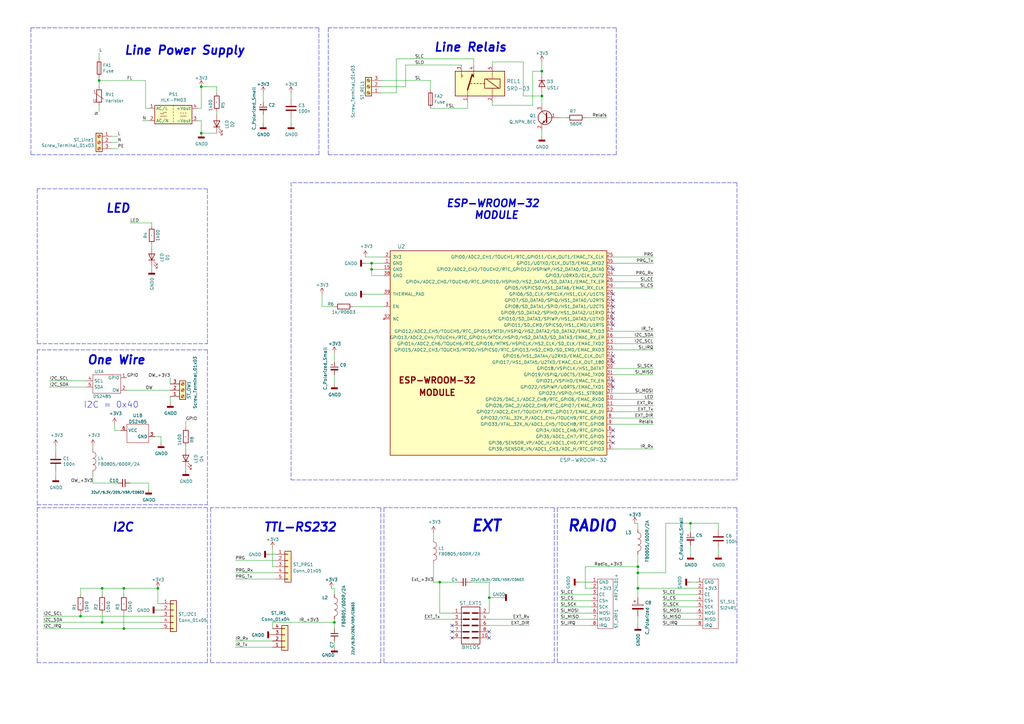
<source format=kicad_sch>
(kicad_sch (version 20211123) (generator eeschema)
  (paper "A3")
  (title_block (title "OpenDTU") (rev "C") (company "Hereon"))
  (lib_symbols
    (symbol "Connector:Screw_Terminal_01x03" (pin_names (offset 1.016) hide)
      (property "Reference" "J" (at 0 5.08 0))
      (property "Value" "Screw_Terminal_01x03" (at 0 -5.08 0))
      (symbol "Screw_Terminal_01x03_1_1"
        (pin passive line (at -5.08 2.54 0) (length 3.81) (name "Pin_1") (number "1"))
        (pin passive line (at -5.08 0 0) (length 3.81) (name "Pin_2") (number "2"))
        (pin passive line (at -5.08 -2.54 0) (length 3.81) (name "Pin_3") (number "3"))
      )
    )
    (symbol "Connector_Generic:Conn_01x04" (pin_names (offset 1.016) hide)
      (property "Reference" "J" (at 0 5.08 0))
      (property "Value" "Conn_01x04" (at 0 -7.62 0))
      (symbol "Conn_01x04_1_1"
        (pin passive line (at -5.08 2.54 0) (length 3.81) (name "Pin_1") (number "1"))
        (pin passive line (at -5.08 0 0) (length 3.81) (name "Pin_2") (number "2"))
        (pin passive line (at -5.08 -2.54 0) (length 3.81) (name "Pin_3") (number "3"))
        (pin passive line (at -5.08 -5.08 0) (length 3.81) (name "Pin_4") (number "4"))
      )
    )
    (symbol "Connector_Generic:Conn_01x05" (pin_names (offset 1.016) hide)
      (property "Reference" "J" (at 0 7.62 0))
      (property "Value" "Conn_01x05" (at 0 -7.62 0))
      (symbol "Conn_01x05_1_1"
        (pin passive line (at -5.08 5.08 0) (length 3.81) (name "Pin_1") (number "1"))
        (pin passive line (at -5.08 2.54 0) (length 3.81) (name "Pin_2") (number "2"))
        (pin passive line (at -5.08 0 0) (length 3.81) (name "Pin_3") (number "3"))
        (pin passive line (at -5.08 -2.54 0) (length 3.81) (name "Pin_4") (number "4"))
        (pin passive line (at -5.08 -5.08 0) (length 3.81) (name "Pin_5") (number "5"))
      )
    )
    (symbol "Converter_ACDC:HLK-PM01"
      (property "Reference" "PS" (at 0 5.08 0))
      (property "Value" "HLK-PM01" (at 0 -5.08 0))
      (symbol "HLK-PM01_1_1"
        (pin power_in line (at -10.16 2.54 0) (length 2.54) (name "AC/L") (number "1"))
        (pin power_in line (at -10.16 -2.54 0) (length 2.54) (name "AC/N") (number "2"))
        (pin power_out line (at 10.16 -2.54 180) (length 2.54) (name "-Vout") (number "3"))
        (pin power_out line (at 10.16 2.54 180) (length 2.54) (name "+Vout") (number "4"))
      )
    )
    (symbol "Device:C" (pin_numbers hide) (pin_names (offset 0.254))
      (property "Reference" "C" (at 0.635 2.54 0))
      (property "Value" "C" (at 0.635 -2.54 0))
      (symbol "C_1_1"
        (pin passive line (at 0 3.81 270) (length 2.794) (name "~") (number "1"))
        (pin passive line (at 0 -3.81 90) (length 2.794) (name "~") (number "2"))
      )
    )
    (symbol "Device:C_Polarized" (pin_numbers hide) (pin_names (offset 0.254))
      (property "Reference" "C" (at 0.635 2.54 0))
      (property "Value" "C_Polarized" (at 0.635 -2.54 0))
      (symbol "C_Polarized_1_1"
        (pin passive line (at 0 3.81 270) (length 2.794) (name "~") (number "1"))
        (pin passive line (at 0 -3.81 90) (length 2.794) (name "~") (number "2"))
      )
    )
    (symbol "Device:C_Polarized_Small" (pin_numbers hide) (pin_names (offset 0.254) hide)
      (property "Reference" "C" (at 0.254 1.778 0))
      (property "Value" "C_Polarized_Small" (at 0.254 -2.032 0))
      (symbol "C_Polarized_Small_1_1"
        (pin passive line (at 0 2.54 270) (length 1.8542) (name "~") (number "1"))
        (pin passive line (at 0 -2.54 90) (length 1.8542) (name "~") (number "2"))
      )
    )
    (symbol "Device:Fuse" (pin_numbers hide) (pin_names (offset 0))
      (property "Reference" "F" (at 2.032 0 90))
      (property "Value" "Fuse" (at -1.905 0 90))
      (symbol "Fuse_1_1"
        (pin passive line (at 0 3.81 270) (length 1.27) (name "~") (number "1"))
        (pin passive line (at 0 -3.81 90) (length 1.27) (name "~") (number "2"))
      )
    )
    (symbol "Device:LED" (pin_numbers hide) (pin_names (offset 1.016) hide)
      (property "Reference" "D" (at 0 2.54 0))
      (property "Value" "LED" (at 0 -2.54 0))
      (symbol "LED_1_1"
        (pin passive line (at -3.81 0 0) (length 2.54) (name "K") (number "1"))
        (pin passive line (at 3.81 0 180) (length 2.54) (name "A") (number "2"))
      )
    )
    (symbol "Device:Q_NPN_BEC" (pin_names (offset 0) hide)
      (property "Reference" "Q" (at 5.08 1.27 0))
      (property "Value" "Q_NPN_BEC" (at 5.08 -1.27 0))
      (symbol "Q_NPN_BEC_1_1"
        (pin input line (at -5.08 0 0) (length 5.715) (name "B") (number "1"))
        (pin passive line (at 2.54 -5.08 90) (length 2.54) (name "E") (number "2"))
        (pin passive line (at 2.54 5.08 270) (length 2.54) (name "C") (number "3"))
      )
    )
    (symbol "Device:R" (pin_numbers hide) (pin_names (offset 0))
      (property "Reference" "R" (at 2.032 0 90))
      (property "Value" "R" (at 0 0 90))
      (symbol "R_1_1"
        (pin passive line (at 0 3.81 270) (length 1.27) (name "~") (number "1"))
        (pin passive line (at 0 -3.81 90) (length 1.27) (name "~") (number "2"))
      )
    )
    (symbol "Device:Varistor" (pin_numbers hide) (pin_names (offset 0))
      (property "Reference" "RV" (at 3.175 0 90))
      (property "Value" "Varistor" (at -3.175 0 90))
      (symbol "Varistor_0_0"
        (text "U" (at -1.778 -2.032 0) (effects (font (size 1.27 1.27))))
      )
      (symbol "Varistor_1_1"
        (pin passive line (at 0 3.81 270) (length 1.27) (name "~") (number "1"))
        (pin passive line (at 0 -3.81 90) (length 1.27) (name "~") (number "2"))
      )
    )
    (symbol "Diode:US1J" (pin_numbers hide) (pin_names (offset 1.016) hide)
      (property "Reference" "D" (at 0 2.54 0))
      (property "Value" "US1J" (at 0 -2.54 0))
      (symbol "US1J_1_1"
        (pin passive line (at -3.81 0 0) (length 2.54) (name "K") (number "1"))
        (pin passive line (at 3.81 0 180) (length 2.54) (name "A") (number "2"))
      )
    )
    (symbol "ESP32-EVB_Rev_D-rescue:BH10S-ESP32-EVB_Rev_D" (pin_names (offset 1.016) hide)
      (property "Reference" "CON" (at 0.0508 8.9154 0))
      (property "Value" "BH10S-ESP32-EVB_Rev_D" (at 0.3048 -9.4234 0))
      (symbol "BH10S-ESP32-EVB_Rev_D_1_1"
        (pin passive line (at -7.62 5.08 0) (length 3.7084) (name "1") (number "1"))
        (pin passive line (at 7.62 -5.08 180) (length 3.7084) (name "10") (number "10"))
        (pin passive line (at 7.62 5.08 180) (length 3.7084) (name "2") (number "2"))
        (pin passive line (at -7.62 2.54 0) (length 3.7084) (name "3") (number "3"))
        (pin passive line (at 7.62 2.54 180) (length 3.7084) (name "4") (number "4"))
        (pin passive line (at -7.62 0 0) (length 3.7084) (name "5") (number "5"))
        (pin passive line (at 7.62 0 180) (length 3.7084) (name "6") (number "6"))
        (pin passive line (at -7.62 -2.54 0) (length 3.7084) (name "7") (number "7"))
        (pin passive line (at 7.62 -2.54 180) (length 3.7084) (name "8") (number "8"))
        (pin passive line (at -7.62 -5.08 0) (length 3.7084) (name "9") (number "9"))
      )
    )
    (symbol "ESP32-EVB_Rev_D-rescue:C-ESP32-EVB_Rev_D" (pin_numbers hide) (pin_names (offset 0.254) hide)
      (property "Reference" "C" (at 0.254 1.778 0))
      (property "Value" "C-ESP32-EVB_Rev_D" (at 0.254 -2.032 0))
      (symbol "C-ESP32-EVB_Rev_D_1_1"
        (pin passive line (at 0 2.54 270) (length 1.905) (name "~") (number "1"))
        (pin passive line (at 0 -2.54 90) (length 2.032) (name "~") (number "2"))
      )
    )
    (symbol "ESP32-EVB_Rev_D-rescue:ESP-WROOM-32-ESP32-EVB_Rev_D" (pin_names (offset 1.016))
      (property "Reference" "U" (at -35.56 43.18 0))
      (property "Value" "ESP-WROOM-32-ESP32-EVB_Rev_D" (at 35.56 -45.72 0))
      (symbol "ESP-WROOM-32-ESP32-EVB_Rev_D_0_0"
        (text "ESP-WROOM-32" (at -23.876 -12.446 0) (effects (font (size 2.4892 2.4892) bold)))
        (text "MODULE" (at -23.876 -17.526 0) (effects (font (size 2.4892 2.4892) bold)))
      )
      (symbol "ESP-WROOM-32-ESP32-EVB_Rev_D_1_1"
        (pin power_in line (at -45.72 35.56 0) (length 2.54) (name "GND") (number "1"))
        (pin bidirectional line (at 48.26 -20.32 180) (length 2.54) (name "GPIO25/DAC_1/ADC2_CH8/RTC_GPIO6/EMAC_RXD0") (number "10"))
        (pin bidirectional line (at 48.26 -22.86 180) (length 2.54) (name "GPIO26/DAC_2/ADC2_CH9/RTC_GPIO7/EMAC_RXD1") (number "11"))
        (pin bidirectional line (at 48.26 -25.4 180) (length 2.54) (name "GPIO27/ADC2_CH7/TOUCH7/RTC_GPIO17/EMAC_RX_DV") (number "12"))
        (pin bidirectional line (at 48.26 2.54 180) (length 2.54) (name "GPIO14/ADC2_CH6/TOUCH6/RTC_GPIO16/MTMS/HSPICLK/HS2_CLK/SD_CLK/EMAC_TXD2") (number "13"))
        (pin bidirectional line (at 48.26 7.62 180) (length 2.54) (name "GPIO12/ADC2_CH5/TOUCH5/RTC_GPIO15/MTDI/HSPIQ/HS2_DATA2/SD_DATA2/EMAC_TXD3") (number "14"))
        (pin power_in line (at -45.72 33.02 0) (length 2.54) (name "GND") (number "15"))
        (pin bidirectional line (at 48.26 5.08 180) (length 2.54) (name "GPIO13/ADC2_CH4/TOUCH4/RTC_GPIO14/MTCK/HSPID/HS2_DATA3/SD_DATA3/EMAC_RX_ER") (number "16"))
        (pin bidirectional line (at 48.26 15.24 180) (length 2.54) (name "GPIO9/SD_DATA2/SPIHD/HS1_DATA2/U1RXD") (number "17"))
        (pin bidirectional line (at 48.26 12.7 180) (length 2.54) (name "GPIO10/SD_DATA3/SPIWP/HS1_DATA3/U1TXD") (number "18"))
        (pin bidirectional line (at 48.26 10.16 180) (length 2.54) (name "GPIO11/SD_CMD/SPICS0/HS1_CMD/U1RTS") (number "19"))
        (pin power_in line (at -45.72 38.1 0) (length 2.54) (name "3V3") (number "2"))
        (pin bidirectional line (at 48.26 22.86 180) (length 2.54) (name "GPIO6/SD_CLK/SPICLK/HS1_CLK/U1CTS") (number "20"))
        (pin bidirectional line (at 48.26 20.32 180) (length 2.54) (name "GPIO7/SD_DATA0/SPIQ/HS1_DATA0/U2RTS") (number "21"))
        (pin bidirectional line (at 48.26 17.78 180) (length 2.54) (name "GPIO8/SD_DATA1/SPID/HS1_DATA1/U2CTS") (number "22"))
        (pin bidirectional line (at 48.26 0 180) (length 2.54) (name "GPIO15/ADC2_CH3/TOUCH3/MTDO/HSPICS0/RTC_GPIO13/HS2_CMD/SD_CMD/EMAC_RXD3") (number "23"))
        (pin bidirectional line (at 48.26 33.02 180) (length 2.54) (name "GPIO2/ADC2_CH2/TOUCH2/RTC_GPIO12/HSPIWP/HS2_DATA0/SD_DATA0") (number "24"))
        (pin bidirectional line (at 48.26 38.1 180) (length 2.54) (name "GPIO0/ADC2_CH1/TOUCH1/RTC_GPIO11/CLK_OUT1/EMAC_TX_CLK") (number "25"))
        (pin bidirectional line (at 48.26 27.94 180) (length 2.54) (name "GPIO4/ADC2_CH0/TOUCH0/RTC_GPIO10/HSPIHD/HS2_DATA1/SD_DATA1/EMAC_TX_ER") (number "26"))
        (pin bidirectional line (at 48.26 -2.54 180) (length 2.54) (name "GPIO16/HS1_DATA4/U2RXD/EMAC_CLK_OUT") (number "27"))
        (pin bidirectional line (at 48.26 -5.08 180) (length 2.54) (name "GPIO17/HS1_DATA5/U2TXD/EMAC_CLK_OUT_180") (number "28"))
        (pin bidirectional line (at 48.26 25.4 180) (length 2.54) (name "GPIO5/VSPICS0/HS1_DATA6/EMAC_RX_CLK") (number "29"))
        (pin input line (at -45.72 17.78 0) (length 2.54) (name "EN") (number "3"))
        (pin bidirectional line (at 48.26 -7.62 180) (length 2.54) (name "GPIO18/VSPICLK/HS1_DATA7") (number "30"))
        (pin bidirectional line (at 48.26 -10.16 180) (length 2.54) (name "GPIO19/VSPIQ/U0CTS/EMAC_TXD0") (number "31"))
        (pin no_connect line (at -45.72 12.7 0) (length 2.54) (name "NC") (number "32"))
        (pin bidirectional line (at 48.26 -12.7 180) (length 2.54) (name "GPIO21/VSPIHD/EMAC_TX_EN") (number "33"))
        (pin bidirectional line (at 48.26 30.48 180) (length 2.54) (name "GPIO3/U0RXD/CLK_OUT2") (number "34"))
        (pin bidirectional line (at 48.26 35.56 180) (length 2.54) (name "GPIO1/U0TXD/CLK_OUT3/EMAC_RXD2") (number "35"))
        (pin bidirectional line (at 48.26 -15.24 180) (length 2.54) (name "GPIO22/VSPIWP/U0RTS/EMAC_TXD1") (number "36"))
        (pin bidirectional line (at 48.26 -17.78 180) (length 2.54) (name "GPIO23/VSPID/HS1_STROBE") (number "37"))
        (pin power_in line (at -45.72 30.48 0) (length 2.54) (name "GND") (number "38"))
        (pin power_in line (at -45.72 22.86 0) (length 2.54) (name "THERMAL_PAD") (number "39"))
        (pin input line (at 48.26 -38.1 180) (length 2.54) (name "GPI36/SENSOR_VP/ADC_H/ADC1_CH0/RTC_GPIO0") (number "4"))
        (pin input line (at 48.26 -40.64 180) (length 2.54) (name "GPI39/SENSOR_VN/ADC1_CH3/ADC_H/RTC_GPIO3") (number "5"))
        (pin input line (at 48.26 -33.02 180) (length 2.54) (name "GPI34/ADC1_CH6/RTC_GPIO4") (number "6"))
        (pin input line (at 48.26 -35.56 180) (length 2.54) (name "GPI35/ADC1_CH7/RTC_GPIO5") (number "7"))
        (pin bidirectional line (at 48.26 -27.94 180) (length 2.54) (name "GPIO32/XTAL_32K_P/ADC1_CH4/TOUCH9/RTC_GPIO9") (number "8"))
        (pin bidirectional line (at 48.26 -30.48 180) (length 2.54) (name "GPIO33/XTAL_32K_N/ADC1_CH5/TOUCH8/RTC_GPIO8") (number "9"))
      )
    )
    (symbol "ESP32-EVB_Rev_D-rescue:L-ESP32-EVB_Rev_D" (pin_numbers hide) (pin_names (offset 0) hide)
      (property "Reference" "L" (at -1.27 2.54 0))
      (property "Value" "L-ESP32-EVB_Rev_D" (at -1.27 -1.27 0))
      (symbol "L-ESP32-EVB_Rev_D_1_1"
        (pin passive line (at -5.08 0 0) (length 1.27) (name "1") (number "1"))
        (pin passive line (at 5.08 0 180) (length 1.27) (name "2") (number "2"))
      )
    )
    (symbol "ESP32-EVB_Rev_D-rescue:R-ESP32-EVB_Rev_D" (pin_numbers hide) (pin_names (offset 0))
      (property "Reference" "R" (at 0 2.032 0))
      (property "Value" "R-ESP32-EVB_Rev_D" (at 0 0 0))
      (symbol "R-ESP32-EVB_Rev_D_1_1"
        (pin passive line (at -3.81 0 0) (length 1.27) (name "~") (number "1"))
        (pin passive line (at 3.81 0 180) (length 1.27) (name "~") (number "2"))
      )
    )
    (symbol "Relay:SANYOU_SRD_Form_C"
      (property "Reference" "K" (at 11.43 3.81 0))
      (property "Value" "SANYOU_SRD_Form_C" (at 11.43 1.27 0))
      (symbol "SANYOU_SRD_Form_C_1_1"
        (pin passive line (at 5.08 -7.62 90) (length 2.54) (name "~") (number "1"))
        (pin passive line (at -5.08 -7.62 90) (length 2.54) (name "~") (number "2"))
        (pin passive line (at 7.62 7.62 270) (length 2.54) (name "~") (number "3"))
        (pin passive line (at 2.54 7.62 270) (length 2.54) (name "~") (number "4"))
        (pin passive line (at -5.08 7.62 270) (length 2.54) (name "~") (number "5"))
      )
    )
    (symbol "hereon:DS2485"
      (property "Reference" "U" (at 2.54 1.27 0))
      (property "Value" "DS2485" (at 3.81 -8.89 0))
      (symbol "DS2485_1_1"
        (pin bidirectional line (at 13.97 -1.27 180) (length 2.54) (name "GPIO") (number "1"))
        (pin bidirectional line (at 13.97 -6.35 180) (length 2.54) (name "OW") (number "2"))
        (pin bidirectional line (at -2.54 -2.54 0) (length 2.54) (name "SCL") (number "4"))
        (pin bidirectional line (at -2.54 -5.08 0) (length 2.54) (name "SDA") (number "5"))
      )
      (symbol "DS2485_2_0"
        (pin power_in line (at 11.43 -5.08 180) (length 2.54) (name "GND") (number "3"))
      )
      (symbol "DS2485_2_1"
        (pin power_in line (at -2.54 -2.54 0) (length 2.54) (name "VCC") (number "6"))
      )
    )
    (symbol "hereon:Si24R1"
      (property "Reference" "ST_SI1" (at 5.715 -10.5953 0))
      (property "Value" "Si24R1" (at 5.715 -13.1322 0))
      (symbol "Si24R1_0_0"
        (pin power_in line (at -3.81 -5.08 0) (length 2.54) (name "+3V3") (number "2"))
        (pin input line (at -3.81 -7.62 0) (length 2.54) (name "CE") (number "3"))
        (pin input line (at -3.81 -10.16 0) (length 2.54) (name "CSn") (number "4"))
        (pin input line (at -3.81 -12.7 0) (length 2.54) (name "SCK") (number "5"))
        (pin input line (at -3.81 -15.24 0) (length 2.54) (name "MOSI") (number "6"))
        (pin output line (at -3.81 -17.78 0) (length 2.54) (name "MISO") (number "7"))
        (pin output line (at -3.81 -20.32 0) (length 2.54) (name "IRQ") (number "8"))
      )
      (symbol "Si24R1_1_1"
        (pin power_in line (at -3.81 -2.54 0) (length 2.54) (name "GND") (number "1"))
      )
    )
    (symbol "hereon:nRF24L01+"
      (property "Reference" "U" (at 0 0 0))
      (property "Value" "nRF24L01+" (at 2.54 -22.86 0))
      (symbol "nRF24L01+_0_0"
        (pin power_in line (at -3.81 -2.54 0) (length 2.54) (name "GND") (number "1"))
        (pin input line (at -3.81 -7.62 0) (length 2.54) (name "CE") (number "3"))
        (pin input line (at -3.81 -10.16 0) (length 2.54) (name "CSn") (number "4"))
        (pin input line (at -3.81 -12.7 0) (length 2.54) (name "SCK") (number "5"))
        (pin input line (at -3.81 -15.24 0) (length 2.54) (name "MOSI") (number "6"))
        (pin output line (at -3.81 -17.78 0) (length 2.54) (name "MISO") (number "7"))
        (pin output line (at -3.81 -20.32 0) (length 2.54) (name "IRQ") (number "8"))
      )
      (symbol "nRF24L01+_1_1"
        (pin power_in line (at -3.81 -5.08 0) (length 2.54) (name "+3V3") (number "2"))
      )
    )
    (symbol "power:+3V3" (power) (pin_names (offset 0))
      (property "Value" "+3V3" (at 0 3.556 0))
      (symbol "+3V3_1_1"
        (pin power_in line (at 0 0 90) (length 0) hide (name "+3V3") (number "1"))
      )
    )
    (symbol "power:GNDD" (power) (pin_names (offset 0))
      (property "Value" "GNDD" (at 0 -3.175 0))
      (symbol "GNDD_1_1"
        (pin power_in line (at 0 0 270) (length 0) hide (name "GNDD") (number "1"))
      )
    )
  )
  (junction (at 222.25 39.37))
  (junction (at 261.62 241.3))
  (junction (at 180.34 238.76))
  (junction (at 41.91 255.27))
  (junction (at 33.02 252.73))
  (junction (at 64.77 241.3))
  (junction (at 82.55 54.61))
  (junction (at 137.16 255.27))
  (junction (at 152.4 107.95))
  (junction (at 222.25 29.21))
  (junction (at 261.62 234.95))
  (junction (at 200.66 245.11))
  (junction (at 82.55 35.56))
  (junction (at 152.4 110.49))
  (junction (at 50.8 257.81))
  (junction (at 50.8 241.3))
  (junction (at 261.62 232.41))
  (junction (at 283.21 214.63))
  (junction (at 40.64 33.02))
  (junction (at 41.91 241.3))
  (no_connect (at 185.42 261.62))
  (no_connect (at 200.66 259.08))
  (no_connect (at 200.66 261.62))
  (no_connect (at 185.42 256.54))
  (no_connect (at 185.42 259.08))
  (no_connect (at 251.46 148.59))
  (no_connect (at 251.46 146.05))
  (no_connect (at 251.46 133.35))
  (no_connect (at 251.46 110.49))
  (no_connect (at 251.46 120.65))
  (no_connect (at 251.46 123.19))
  (no_connect (at 251.46 130.81))
  (no_connect (at 251.46 128.27))
  (no_connect (at 251.46 125.73))
  (no_connect (at 251.46 181.61))
  (no_connect (at 251.46 179.07))
  (no_connect (at 251.46 176.53))
  (no_connect (at 251.46 158.75))
  (no_connect (at 251.46 156.21))
  (wire (pts (xy 177.8 231.14) (xy 177.8 238.76)))
  (polyline (pts (xy 15.24 207.01) (xy 85.09 207.01)))
  (wire (pts (xy 283.21 214.63) (xy 283.21 218.44)))
  (wire (pts (xy 119.38 50.8) (xy 119.38 48.26)))
  (wire (pts (xy 62.23 110.49) (xy 62.23 109.22)))
  (wire (pts (xy 200.66 256.54) (xy 217.17 256.54)))
  (wire (pts (xy 59.69 33.02) (xy 59.69 44.45)))
  (polyline (pts (xy 130.81 11.43) (xy 12.7 11.43)))
  (polyline (pts (xy 157.48 271.78) (xy 227.33 271.78)))
  (wire (pts (xy 283.21 238.76) (xy 285.75 238.76)))
  (wire (pts (xy 40.64 43.18) (xy 40.64 45.72)))
  (wire (pts (xy 251.46 151.13) (xy 267.97 151.13)))
  (wire (pts (xy 251.46 115.57) (xy 267.97 115.57)))
  (wire (pts (xy 152.4 107.95) (xy 157.48 107.95)))
  (wire (pts (xy 240.03 241.3) (xy 240.03 232.41)))
  (wire (pts (xy 137.16 255.27) (xy 111.76 255.27)))
  (wire (pts (xy 251.46 135.89) (xy 267.97 135.89)))
  (polyline (pts (xy 228.6 271.78) (xy 302.26 271.78)))
  (wire (pts (xy 64.77 241.3) (xy 64.77 247.65)))
  (wire (pts (xy 214.63 39.37) (xy 214.63 25.4)))
  (wire (pts (xy 273.05 214.63) (xy 283.21 214.63)))
  (wire (pts (xy 201.93 25.4) (xy 201.93 26.67)))
  (wire (pts (xy 283.21 214.63) (xy 294.64 214.63)))
  (wire (pts (xy 251.46 143.51) (xy 267.97 143.51)))
  (wire (pts (xy 261.62 241.3) (xy 285.75 241.3)))
  (wire (pts (xy 261.62 227.33) (xy 261.62 232.41)))
  (wire (pts (xy 285.75 248.92) (xy 271.78 248.92)))
  (wire (pts (xy 135.89 241.3) (xy 137.16 241.3)))
  (wire (pts (xy 222.25 38.1) (xy 222.25 39.37)))
  (wire (pts (xy 218.44 29.21) (xy 222.25 29.21)))
  (wire (pts (xy 64.77 241.3) (xy 50.8 241.3)))
  (wire (pts (xy 22.86 195.58) (xy 22.86 193.04)))
  (wire (pts (xy 137.16 153.67) (xy 137.16 157.48)))
  (polyline (pts (xy 12.7 63.5) (xy 130.81 63.5)))
  (wire (pts (xy 200.66 238.76) (xy 200.66 245.11)))
  (wire (pts (xy 251.46 140.97) (xy 267.97 140.97)))
  (wire (pts (xy 242.57 243.84) (xy 229.87 243.84)))
  (wire (pts (xy 191.77 44.45) (xy 191.77 41.91)))
  (polyline (pts (xy 15.24 208.28) (xy 15.24 271.78)))
  (wire (pts (xy 251.46 173.99) (xy 267.97 173.99)))
  (wire (pts (xy 162.56 24.13) (xy 162.56 38.1)))
  (polyline (pts (xy 15.24 77.47) (xy 15.24 140.97)))
  (wire (pts (xy 294.64 227.33) (xy 294.64 224.79)))
  (wire (pts (xy 64.77 250.19) (xy 66.04 250.19)))
  (wire (pts (xy 201.93 41.91) (xy 201.93 43.18)))
  (wire (pts (xy 251.46 153.67) (xy 267.97 153.67)))
  (wire (pts (xy 261.62 232.41) (xy 261.62 234.95)))
  (wire (pts (xy 119.38 40.64) (xy 119.38 38.1)))
  (wire (pts (xy 20.32 156.21) (xy 35.56 156.21)))
  (wire (pts (xy 200.66 254) (xy 217.17 254)))
  (wire (pts (xy 222.25 29.21) (xy 222.25 30.48)))
  (wire (pts (xy 144.78 125.73) (xy 157.48 125.73)))
  (wire (pts (xy 45.72 58.42) (xy 48.26 58.42)))
  (wire (pts (xy 96.52 229.87) (xy 113.03 229.87)))
  (wire (pts (xy 66.04 181.61) (xy 66.04 179.07)))
  (wire (pts (xy 251.46 161.29) (xy 267.97 161.29)))
  (wire (pts (xy 240.03 48.26) (xy 248.92 48.26)))
  (wire (pts (xy 17.78 252.73) (xy 33.02 252.73)))
  (wire (pts (xy 185.42 251.46) (xy 180.34 251.46)))
  (wire (pts (xy 59.69 33.02) (xy 40.64 33.02)))
  (wire (pts (xy 110.49 227.33) (xy 113.03 227.33)))
  (wire (pts (xy 285.75 251.46) (xy 271.78 251.46)))
  (wire (pts (xy 50.8 251.46) (xy 50.8 257.81)))
  (wire (pts (xy 180.34 238.76) (xy 187.96 238.76)))
  (wire (pts (xy 260.35 214.63) (xy 261.62 214.63)))
  (wire (pts (xy 88.9 35.56) (xy 88.9 38.1)))
  (wire (pts (xy 200.66 245.11) (xy 205.74 245.11)))
  (wire (pts (xy 62.23 91.44) (xy 62.23 92.71)))
  (wire (pts (xy 88.9 45.72) (xy 88.9 46.99)))
  (wire (pts (xy 45.72 55.88) (xy 48.26 55.88)))
  (polyline (pts (xy 85.09 140.97) (xy 85.09 77.47)))
  (wire (pts (xy 222.25 39.37) (xy 214.63 39.37)))
  (wire (pts (xy 242.57 254) (xy 229.87 254)))
  (wire (pts (xy 82.55 49.53) (xy 82.55 54.61)))
  (polyline (pts (xy 134.62 63.5) (xy 252.73 63.5)))
  (wire (pts (xy 222.25 53.34) (xy 222.25 55.88)))
  (wire (pts (xy 50.8 241.3) (xy 50.8 243.84)))
  (wire (pts (xy 251.46 163.83) (xy 267.97 163.83)))
  (wire (pts (xy 157.48 120.65) (xy 149.86 120.65)))
  (polyline (pts (xy 252.73 63.5) (xy 252.73 11.43)))
  (wire (pts (xy 40.64 31.75) (xy 40.64 33.02)))
  (polyline (pts (xy 85.09 271.78) (xy 85.09 208.28)))
  (polyline (pts (xy 227.33 271.78) (xy 227.33 208.28)))
  (wire (pts (xy 96.52 237.49) (xy 113.03 237.49)))
  (wire (pts (xy 41.91 241.3) (xy 41.91 243.84)))
  (wire (pts (xy 69.85 157.48) (xy 69.85 154.94)))
  (wire (pts (xy 38.1 198.12) (xy 48.26 198.12)))
  (wire (pts (xy 218.44 43.18) (xy 218.44 29.21)))
  (wire (pts (xy 49.53 176.53) (xy 46.99 176.53)))
  (wire (pts (xy 237.49 238.76) (xy 242.57 238.76)))
  (polyline (pts (xy 86.36 208.28) (xy 86.36 271.78)))
  (wire (pts (xy 152.4 110.49) (xy 152.4 113.03)))
  (wire (pts (xy 261.62 252.73) (xy 261.62 256.54)))
  (polyline (pts (xy 156.21 208.28) (xy 86.36 208.28)))
  (wire (pts (xy 69.85 165.1) (xy 69.85 162.56)))
  (wire (pts (xy 251.46 118.11) (xy 267.97 118.11)))
  (wire (pts (xy 113.03 232.41) (xy 111.76 232.41)))
  (wire (pts (xy 240.03 241.3) (xy 242.57 241.3)))
  (wire (pts (xy 38.1 194.31) (xy 38.1 198.12)))
  (wire (pts (xy 132.08 125.73) (xy 137.16 125.73)))
  (wire (pts (xy 149.86 107.95) (xy 152.4 107.95)))
  (wire (pts (xy 177.8 220.98) (xy 177.8 218.44)))
  (polyline (pts (xy 156.21 271.78) (xy 156.21 208.28)))
  (wire (pts (xy 194.31 26.67) (xy 194.31 24.13)))
  (wire (pts (xy 152.4 107.95) (xy 152.4 110.49)))
  (wire (pts (xy 137.16 144.78) (xy 137.16 148.59)))
  (wire (pts (xy 41.91 241.3) (xy 33.02 241.3)))
  (wire (pts (xy 251.46 113.03) (xy 267.97 113.03)))
  (wire (pts (xy 251.46 168.91) (xy 267.97 168.91)))
  (wire (pts (xy 41.91 251.46) (xy 41.91 255.27)))
  (wire (pts (xy 251.46 138.43) (xy 267.97 138.43)))
  (wire (pts (xy 261.62 234.95) (xy 273.05 234.95)))
  (polyline (pts (xy 85.09 77.47) (xy 15.24 77.47)))
  (wire (pts (xy 283.21 223.52) (xy 283.21 227.33)))
  (wire (pts (xy 66.04 247.65) (xy 64.77 247.65)))
  (wire (pts (xy 149.86 105.41) (xy 157.48 105.41)))
  (wire (pts (xy 156.21 33.02) (xy 176.53 33.02)))
  (wire (pts (xy 251.46 105.41) (xy 267.97 105.41)))
  (wire (pts (xy 193.04 238.76) (xy 200.66 238.76)))
  (polyline (pts (xy 227.33 208.28) (xy 157.48 208.28)))
  (wire (pts (xy 251.46 166.37) (xy 267.97 166.37)))
  (wire (pts (xy 88.9 54.61) (xy 82.55 54.61)))
  (polyline (pts (xy 15.24 271.78) (xy 85.09 271.78)))
  (polyline (pts (xy 228.6 208.28) (xy 228.6 271.78)))
  (wire (pts (xy 76.2 182.88) (xy 76.2 184.15)))
  (wire (pts (xy 33.02 251.46) (xy 33.02 252.73)))
  (polyline (pts (xy 157.48 208.28) (xy 157.48 271.78)))
  (wire (pts (xy 41.91 255.27) (xy 66.04 255.27)))
  (wire (pts (xy 52.07 160.02) (xy 69.85 160.02)))
  (polyline (pts (xy 119.38 74.93) (xy 119.38 196.85)))
  (wire (pts (xy 40.64 24.13) (xy 40.64 21.59)))
  (wire (pts (xy 222.25 39.37) (xy 222.25 43.18)))
  (polyline (pts (xy 119.38 196.85) (xy 302.26 196.85)))
  (wire (pts (xy 285.75 254) (xy 271.78 254)))
  (wire (pts (xy 162.56 24.13) (xy 194.31 24.13)))
  (polyline (pts (xy 12.7 11.43) (xy 12.7 63.5)))
  (wire (pts (xy 162.56 38.1) (xy 156.21 38.1)))
  (polyline (pts (xy 302.26 208.28) (xy 228.6 208.28)))
  (polyline (pts (xy 302.26 271.78) (xy 302.26 208.28)))
  (wire (pts (xy 222.25 25.4) (xy 222.25 29.21)))
  (wire (pts (xy 53.34 198.12) (xy 60.96 198.12)))
  (wire (pts (xy 82.55 35.56) (xy 88.9 35.56)))
  (wire (pts (xy 261.62 241.3) (xy 261.62 245.11)))
  (wire (pts (xy 33.02 241.3) (xy 33.02 243.84)))
  (wire (pts (xy 17.78 255.27) (xy 41.91 255.27)))
  (polyline (pts (xy 85.09 207.01) (xy 85.09 143.51)))
  (wire (pts (xy 173.99 254) (xy 185.42 254)))
  (wire (pts (xy 96.52 265.43) (xy 111.76 265.43)))
  (wire (pts (xy 40.64 33.02) (xy 40.64 35.56)))
  (wire (pts (xy 58.42 49.53) (xy 60.96 49.53)))
  (wire (pts (xy 166.37 26.67) (xy 166.37 35.56)))
  (polyline (pts (xy 134.62 11.43) (xy 134.62 63.5)))
  (wire (pts (xy 294.64 217.17) (xy 294.64 214.63)))
  (wire (pts (xy 200.66 245.11) (xy 200.66 251.46)))
  (wire (pts (xy 81.28 49.53) (xy 82.55 49.53)))
  (wire (pts (xy 285.75 256.54) (xy 271.78 256.54)))
  (wire (pts (xy 137.16 241.3) (xy 137.16 243.84)))
  (wire (pts (xy 76.2 172.72) (xy 76.2 175.26)))
  (wire (pts (xy 33.02 252.73) (xy 66.04 252.73)))
  (wire (pts (xy 285.75 243.84) (xy 271.78 243.84)))
  (wire (pts (xy 17.78 257.81) (xy 50.8 257.81)))
  (wire (pts (xy 96.52 262.89) (xy 111.76 262.89)))
  (wire (pts (xy 132.08 120.65) (xy 132.08 125.73)))
  (wire (pts (xy 273.05 234.95) (xy 273.05 214.63)))
  (wire (pts (xy 242.57 251.46) (xy 229.87 251.46)))
  (polyline (pts (xy 252.73 11.43) (xy 134.62 11.43)))
  (wire (pts (xy 111.76 255.27) (xy 111.76 257.81)))
  (wire (pts (xy 176.53 44.45) (xy 191.77 44.45)))
  (wire (pts (xy 240.03 232.41) (xy 261.62 232.41)))
  (polyline (pts (xy 85.09 143.51) (xy 15.24 143.51)))
  (wire (pts (xy 76.2 191.77) (xy 76.2 193.04)))
  (wire (pts (xy 137.16 262.89) (xy 137.16 265.43)))
  (wire (pts (xy 20.32 158.75) (xy 35.56 158.75)))
  (wire (pts (xy 107.95 46.99) (xy 107.95 50.8)))
  (wire (pts (xy 157.48 110.49) (xy 152.4 110.49)))
  (wire (pts (xy 229.87 48.26) (xy 232.41 48.26)))
  (wire (pts (xy 152.4 113.03) (xy 157.48 113.03)))
  (wire (pts (xy 82.55 35.56) (xy 82.55 44.45)))
  (wire (pts (xy 201.93 43.18) (xy 218.44 43.18)))
  (wire (pts (xy 45.72 60.96) (xy 48.26 60.96)))
  (wire (pts (xy 60.96 200.66) (xy 60.96 198.12)))
  (wire (pts (xy 111.76 232.41) (xy 111.76 224.79)))
  (wire (pts (xy 156.21 35.56) (xy 166.37 35.56)))
  (polyline (pts (xy 85.09 208.28) (xy 15.24 208.28)))
  (wire (pts (xy 107.95 38.1) (xy 107.95 41.91)))
  (polyline (pts (xy 302.26 74.93) (xy 302.26 196.85)))
  (polyline (pts (xy 302.26 74.93) (xy 119.38 74.93)))
  (wire (pts (xy 46.99 176.53) (xy 46.99 173.99)))
  (polyline (pts (xy 130.81 63.5) (xy 130.81 11.43)))
  (wire (pts (xy 53.34 91.44) (xy 62.23 91.44)))
  (wire (pts (xy 189.23 26.67) (xy 166.37 26.67)))
  (wire (pts (xy 242.57 248.92) (xy 229.87 248.92)))
  (wire (pts (xy 66.04 179.07) (xy 63.5 179.07)))
  (wire (pts (xy 137.16 254) (xy 137.16 255.27)))
  (wire (pts (xy 242.57 256.54) (xy 229.87 256.54)))
  (wire (pts (xy 251.46 184.15) (xy 267.97 184.15)))
  (polyline (pts (xy 15.24 140.97) (xy 85.09 140.97)))
  (polyline (pts (xy 86.36 271.78) (xy 156.21 271.78)))
  (wire (pts (xy 261.62 214.63) (xy 261.62 217.17)))
  (wire (pts (xy 214.63 25.4) (xy 201.93 25.4)))
  (wire (pts (xy 22.86 185.42) (xy 22.86 182.88)))
  (wire (pts (xy 285.75 246.38) (xy 271.78 246.38)))
  (polyline (pts (xy 15.24 143.51) (xy 15.24 207.01)))
  (wire (pts (xy 242.57 246.38) (xy 229.87 246.38)))
  (wire (pts (xy 261.62 234.95) (xy 261.62 241.3)))
  (wire (pts (xy 60.96 44.45) (xy 59.69 44.45)))
  (wire (pts (xy 50.8 241.3) (xy 41.91 241.3)))
  (wire (pts (xy 176.53 33.02) (xy 176.53 36.83)))
  (wire (pts (xy 177.8 238.76) (xy 180.34 238.76)))
  (wire (pts (xy 50.8 257.81) (xy 66.04 257.81)))
  (wire (pts (xy 180.34 251.46) (xy 180.34 238.76)))
  (wire (pts (xy 96.52 234.95) (xy 113.03 234.95)))
  (wire (pts (xy 62.23 100.33) (xy 62.23 101.6)))
  (wire (pts (xy 82.55 44.45) (xy 81.28 44.45)))
  (wire (pts (xy 251.46 107.95) (xy 267.97 107.95)))
  (wire (pts (xy 251.46 171.45) (xy 267.97 171.45)))
  (wire (pts (xy 38.1 184.15) (xy 38.1 182.88)))
  (wire (pts (xy 137.16 255.27) (xy 137.16 257.81)))
  (text "I2C = 0x40" (at 34.29 167.64 0) (effects (font (size 2.54 2.54)) (justify left bottom)))
  (text "Line Relais" (at 177.8 21.59 0) (effects (font (size 3.5052 3.5052) (thickness 0.701) bold italic) (justify left bottom)))
  (text "LED" (at 43.18 87.63 0) (effects (font (size 3.5052 3.5052) (thickness 0.701) bold italic) (justify left bottom)))
  (text "EXT" (at 193.04 218.44 0) (effects (font (size 4.4958 4.4958) (thickness 0.8992) bold italic) (justify left bottom)))
  (text "ESP-WROOM-32\n     MODULE" (at 182.88 90.17 0) (effects (font (size 2.9972 2.9972) (thickness 0.5994) bold italic) (justify left bottom)))
  (text "RADIO" (at 232.41 218.44 0) (effects (font (size 4.4958 4.4958) (thickness 0.8992) bold italic) (justify left bottom)))
  (text "I2C" (at 45.72 218.44 0) (effects (font (size 3.5052 3.5052) (thickness 0.701) bold italic) (justify left bottom)))
  (text "Line Power Supply\n" (at 50.8 22.86 0) (effects (font (size 3.5052 3.5052) (thickness 0.701) bold italic) (justify left bottom)))
  (text "One Wire" (at 35.56 149.86 0) (effects (font (size 3.5052 3.5052) (thickness 0.701) bold italic) (justify left bottom)))
  (text "TTL-RS232" (at 107.95 218.44 0) (effects (font (size 3.5052 3.5052) (thickness 0.701) bold italic) (justify left bottom)))
  (label "SI_CE" (at 267.97 115.57 180))
  (label "SI_MISO" (at 267.97 153.67 180))
  (label "LED" (at 267.97 163.83 180))
  (label "SI_MISO" (at 229.87 254 0))
  (label "SI_CS" (at 271.78 246.38 0))
  (label "I2C_IRQ" (at 17.78 257.81 0))
  (label "SI_CE" (at 229.87 243.84 0))
  (label "EXT_Rx" (at 267.97 166.37 180))
  (label "Radio_+3V3" (at 255.27 232.41 180))
  (label "L" (at 40.64 21.59 0))
  (label "GPIO" (at 76.2 172.72 0))
  (label "I2C_SDA" (at 267.97 138.43 180))
  (label "SLC" (at 170.18 24.13 0))
  (label "EXT_Rx" (at 217.17 254 180))
  (label "SI_IRQ" (at 229.87 256.54 0))
  (label "FL" (at 52.07 33.02 0))
  (label "Relais" (at 267.97 173.99 180))
  (label "SL" (at 170.18 33.02 0))
  (label "IR_Rx" (at 267.97 184.15 180))
  (label "SI_MOSI" (at 267.97 161.29 180))
  (label "EXT_DIR" (at 217.17 256.54 180))
  (label "I2C_SDA" (at 20.32 158.75 0))
  (label "OW" (at 59.69 160.02 0))
  (label "SI_CS" (at 267.97 118.11 180))
  (label "SI_SCK" (at 229.87 248.92 0))
  (label "PRG_Rx" (at 267.97 113.03 180))
  (label "GPIO" (at 52.07 154.94 0))
  (label "I2C_SCL" (at 267.97 140.97 180))
  (label "I2C_SDA" (at 17.78 255.27 0))
  (label "OW_+3V3" (at 69.85 154.94 180))
  (label "IR_Rx" (at 96.52 262.89 0))
  (label "SI_CS" (at 229.87 246.38 0))
  (label "N" (at 40.64 45.72 270))
  (label "SI_MOSI" (at 271.78 251.46 0))
  (label "IR_+3V3" (at 130.81 255.27 180))
  (label "N" (at 48.26 58.42 0))
  (label "PRG_Rx" (at 96.52 234.95 0))
  (label "N" (at 58.42 49.53 0))
  (label "EXT_Tx" (at 173.99 254 0))
  (label "SI_CE" (at 271.78 243.84 0))
  (label "SI_SCK" (at 271.78 248.92 0))
  (label "I2C_SCL" (at 20.32 156.21 0))
  (label "IR_Tx" (at 267.97 135.89 180))
  (label "LED" (at 53.34 91.44 0))
  (label "Relais" (at 248.92 48.26 180))
  (label "FSL" (at 182.88 44.45 0))
  (label "PRG" (at 267.97 105.41 180))
  (label "SLO" (at 170.18 26.67 0))
  (label "PRG_Tx" (at 267.97 107.95 180))
  (label "EXT_Tx" (at 267.97 168.91 180))
  (label "IR_Tx" (at 96.52 265.43 0))
  (label "PRG_Tx" (at 96.52 237.49 0))
  (label "L" (at 48.26 55.88 0))
  (label "I2C_SCL" (at 17.78 252.73 0))
  (label "SI_IRQ" (at 267.97 143.51 180))
  (label "SI_SCK" (at 267.97 151.13 180))
  (label "SI_MISO" (at 271.78 254 0))
  (label "SI_MOSI" (at 229.87 251.46 0))
  (label "Ext_+3V3" (at 177.8 238.76 180))
  (label "OW_+3V3" (at 38.1 198.12 180))
  (label "EXT_DIR" (at 267.97 171.45 180))
  (label "PE" (at 48.26 60.96 0))
  (label "SI_IRQ" (at 271.78 256.54 0))
  (label "PRG" (at 96.52 229.87 0))
  (symbol (lib_id "Device:C") (at 22.86 189.23 0) (unit 1)
    (property "Reference" "C1" (at 25.781 188.0616 0) (effects (justify left)))
    (property "Value" "100n" (at 25.781 190.373 0) (effects (justify left)))
    (property "Footprint" "Capacitor_SMD:C_0603_1608Metric" (effects hide))
  )
  (symbol (lib_id "power:+3V3") (at 22.86 182.88 0) (unit 1)
    (property "Reference" "#PWR01" (effects hide))
    (property "Value" "+3V3" (at 23.241 178.4858 0))
  )
  (symbol (lib_id "power:GNDD") (at 22.86 195.58 0) (unit 1)
    (property "Reference" "#PWR02" (effects hide))
    (property "Value" "GNDD" (at 22.987 199.9742 0))
  )
  (symbol (lib_id "Device:C") (at 119.38 44.45 0) (unit 1)
    (property "Reference" "C3" (at 122.301 43.2816 0) (effects (justify left)))
    (property "Value" "100n" (at 122.301 45.593 0) (effects (justify left)))
    (property "Footprint" "Capacitor_SMD:C_0603_1608Metric" (effects hide))
  )
  (symbol (lib_id "power:GNDD") (at 119.38 50.8 0) (unit 1)
    (property "Reference" "#PWR019" (effects hide))
    (property "Value" "GNDD" (at 119.507 55.1942 0))
  )
  (symbol (lib_id "power:GNDD") (at 107.95 50.8 0) (unit 1)
    (property "Reference" "#PWR013" (effects hide))
    (property "Value" "GNDD" (at 108.077 55.1942 0))
  )
  (symbol (lib_id "Device:Fuse") (at 40.64 27.94 0) (unit 1)
    (property "Reference" "FA1" (at 42.164 26.7716 0) (effects (justify left)))
    (property "Value" "Fuse" (at 42.164 29.083 0) (effects (justify left)))
    (property "Footprint" "Fuse:Fuseholder_Cylinder-5x20mm_Bulgin_FX0456_Vertical_Closed" (effects hide))
  )
  (symbol (lib_id "power:+3V3") (at 107.95 38.1 0) (unit 1)
    (property "Reference" "#PWR012" (effects hide))
    (property "Value" "+3V3" (at 107.95 34.544 0))
  )
  (symbol (lib_id "power:+3V3") (at 119.38 38.1 0) (unit 1)
    (property "Reference" "#PWR018" (effects hide))
    (property "Value" "+3V3" (at 119.38 34.544 0))
  )
  (symbol (lib_id "Converter_ACDC:HLK-PM01") (at 71.12 46.99 0) (unit 1)
    (property "Reference" "PS1" (at 71.12 38.735 0))
    (property "Value" "HLK-PM03" (at 71.12 41.0464 0))
    (property "Footprint" "Converter_ACDC:Converter_ACDC_HiLink_HLK-PMxx" (effects hide))
    (property "Datasheet" "http://www.hlktech.net/product_detail.php?ProId=54" (effects hide))
  )
  (symbol (lib_id "power:GNDD") (at 82.55 54.61 0) (unit 1)
    (property "Reference" "#PWR011" (effects hide))
    (property "Value" "GNDD" (at 82.677 59.0042 0))
  )
  (symbol (lib_id "Connector:Screw_Terminal_01x03") (at 40.64 58.42 0) (mirror y) (unit 1)
    (property "Reference" "ST_Line1" (at 38.608 57.3532 0) (effects (justify left)))
    (property "Value" "Screw_Terminal_01x03" (at 38.608 59.6646 0) (effects (justify left)))
    (property "Footprint" "TerminalBlock_WAGO:TerminalBlock_WAGO_236-403_1x03_P5.00mm_45Degree" (effects hide))
  )
  (symbol (lib_id "Device:R") (at 88.9 41.91 0) (unit 1)
    (property "Reference" "R5" (at 91.44 43.18 90))
    (property "Value" "1k00" (at 86.36 43.18 90))
    (property "Footprint" "Resistor_SMD:R_0603_1608Metric" (effects hide))
    (property "Datasheet" "~" (at 88.9 41.91 90) (effects (font (size 0.762 0.762))))
  )
  (symbol (lib_id "Device:LED") (at 88.9 50.8 90) (unit 1)
    (property "Reference" "D2" (at 95.377 50.9778 0))
    (property "Value" "LED" (at 93.0656 50.9778 0))
    (property "Footprint" "LED_THT:LED_D3.0mm_Clear" (effects hide))
  )
  (symbol (lib_id "Relay:SANYOU_SRD_Form_C") (at 196.85 34.29 0) (mirror y) (unit 1)
    (property "Reference" "REL1" (at 207.772 33.3138 0) (effects (font (size 1.524 1.524)) (justify right)))
    (property "Value" "SRD-03" (at 207.772 36.3072 0) (effects (font (size 1.524 1.524)) (justify right)))
    (property "Footprint" "Relay_THT:Relay_SPDT_SANYOU_SRD_Series_Form_C" (effects hide))
    (property "Datasheet" "http://www.sanyourelay.ca/public/products/pdf/SRD.pdf" (effects hide))
  )
  (symbol (lib_id "Connector_Generic:Conn_01x05") (at 118.11 232.41 0) (unit 1)
    (property "Reference" "ST_PRG1" (at 120.142 231.5753 0) (effects (justify left)))
    (property "Value" "Conn_01x05" (at 120.142 234.1122 0) (effects (justify left)))
    (property "Footprint" "Connector_PinHeader_2.54mm:PinHeader_1x05_P2.54mm_Vertical" (effects hide))
  )
  (symbol (lib_id "power:GNDD") (at 149.86 120.65 270) (unit 1)
    (property "Reference" "#PWR023" (effects hide))
    (property "Value" "GNDD" (at 146.6088 120.777 90) (effects (justify right)))
  )
  (symbol (lib_id "power:+3V3") (at 132.08 120.65 0) (unit 1)
    (property "Reference" "#PWR020" (effects hide))
    (property "Value" "+3V3" (at 129.54 116.84 0) (effects (justify left)))
  )
  (symbol (lib_id "power:GNDD") (at 283.21 238.76 270) (unit 1)
    (property "Reference" "#PWR0103" (effects hide))
    (property "Value" "GNDD" (at 278.8158 238.887 0))
  )
  (symbol (lib_id "power:GNDD") (at 294.64 227.33 0) (unit 1)
    (property "Reference" "#PWR033" (effects hide))
    (property "Value" "GNDD" (at 294.767 231.7242 0))
  )
  (symbol (lib_id "Connector:Screw_Terminal_01x03") (at 151.13 35.56 180) (unit 1)
    (property "Reference" "ST_REL1" (at 148.59 33.02 90) (effects (justify left)))
    (property "Value" "Screw_Terminal_01x03" (at 144.78 26.67 90) (effects (justify left)))
    (property "Footprint" "TerminalBlock_WAGO:TerminalBlock_WAGO_236-403_1x03_P5.00mm_45Degree" (effects hide))
  )
  (symbol (lib_id "ESP32-EVB_Rev_D-rescue:BH10S-ESP32-EVB_Rev_D") (at 193.04 256.54 0) (unit 1)
    (property "Reference" "ST_EXT1" (at 193.04 247.396 0) (effects (font (size 1.524 1.524))))
    (property "Value" "BH10S" (at 193.04 265.43 0) (effects (font (size 1.524 1.524))))
    (property "Footprint" "Connector_PinHeader_2.54mm:PinHeader_2x05_P2.54mm_Vertical" (effects hide))
    (property "Fieldname 1" "Value 1" (effects hide))
    (property "Fieldname2" "Value2" (effects hide))
    (property "Fieldname3" "Value3" (effects hide))
  )
  (symbol (lib_id "Device:LED") (at 62.23 105.41 90) (unit 1)
    (property "Reference" "D1" (at 68.707 105.5878 0))
    (property "Value" "LED" (at 66.3956 105.5878 0))
    (property "Footprint" "LED_THT:LED_D3.0mm_Clear" (effects hide))
  )
  (symbol (lib_id "Connector:Screw_Terminal_01x03") (at 74.93 160.02 0) (mirror x) (unit 1)
    (property "Reference" "ST_OW1" (at 77.47 156.21 90) (effects (justify left)))
    (property "Value" "Screw_Terminal_01x03" (at 80.01 146.05 90) (effects (justify left)))
    (property "Footprint" "TerminalBlock_WAGO:TerminalBlock_WAGO_236-403_1x03_P5.00mm_45Degree" (effects hide))
  )
  (symbol (lib_id "power:+3V3") (at 149.86 105.41 0) (unit 1)
    (property "Reference" "#PWR021" (effects hide))
    (property "Value" "+3V3" (at 150.241 101.0158 0))
  )
  (symbol (lib_id "Device:LED") (at 76.2 187.96 90) (unit 1)
    (property "Reference" "D4" (at 82.677 188.1378 0))
    (property "Value" "LED" (at 80.3656 188.1378 0))
    (property "Footprint" "LED_THT:LED_D3.0mm_Clear" (effects hide))
  )
  (symbol (lib_id "Device:C_Polarized_Small") (at 283.21 220.98 0) (unit 1)
    (property "Reference" "C5" (at 285.369 219.5992 0) (effects (justify left)))
    (property "Value" "C_Polarized_Small" (at 279.4 229.87 90) (effects (justify left)))
    (property "Footprint" "Capacitor_Tantalum_SMD:CP_EIA-3528-12_Kemet-T" (effects hide))
  )
  (symbol (lib_id "Device:C_Polarized_Small") (at 107.95 44.45 0) (unit 1)
    (property "Reference" "C2" (at 110.109 43.0692 0) (effects (justify left)))
    (property "Value" "C_Polarized_Small" (at 104.14 53.34 90) (effects (justify left)))
    (property "Footprint" "Capacitor_Tantalum_SMD:CP_EIA-3528-12_Kemet-T" (effects hide))
  )
  (symbol (lib_id "power:GNDD") (at 205.74 245.11 90) (unit 1)
    (property "Reference" "#PWR025" (effects hide))
    (property "Value" "GNDD" (at 201.93 243.84 90) (effects (justify right)))
  )
  (symbol (lib_id "power:+3V3") (at 82.55 35.56 0) (unit 1)
    (property "Reference" "#PWR010" (effects hide))
    (property "Value" "+3V3" (at 82.55 32.004 0))
  )
  (symbol (lib_id "ESP32-EVB_Rev_D-rescue:C-ESP32-EVB_Rev_D") (at 137.16 260.35 0) (unit 1)
    (property "Reference" "C7" (at 136.144 264.414 90))
    (property "Value" "22uF/6.3V/20%/X5R/C0603" (at 144.78 257.81 90) (effects (font (size 0.9906 0.9906))))
    (property "Footprint" "Capacitor_SMD:C_0603_1608Metric" (effects hide))
    (property "Fieldname 1" "Value 1" (effects hide))
    (property "Fieldname2" "Value2" (effects hide))
    (property "Fieldname3" "Value3" (effects hide))
  )
  (symbol (lib_id "power:+3V3") (at 135.89 241.3 0) (unit 1)
    (property "Reference" "#PWR016" (effects hide))
    (property "Value" "+3V3" (at 135.89 237.744 0))
  )
  (symbol (lib_id "power:GNDD") (at 110.49 227.33 270) (unit 1)
    (property "Reference" "#PWR014" (effects hide))
    (property "Value" "GNDD" (at 107.2388 227.457 90) (effects (justify right)))
  )
  (symbol (lib_id "Device:R") (at 236.22 48.26 90) (unit 1)
    (property "Reference" "R7" (at 234.95 45.72 90))
    (property "Value" "560R" (at 236.22 50.8 90))
    (property "Footprint" "Resistor_SMD:R_0603_1608Metric" (effects hide))
  )
  (symbol (lib_id "Device:C_Polarized_Small") (at 137.16 151.13 0) (unit 1)
    (property "Reference" "C9" (at 139.319 149.7492 0) (effects (justify left)))
    (property "Value" "C_Polarized_Small" (at 133.35 160.02 90) (effects (justify left)))
    (property "Footprint" "Capacitor_Tantalum_SMD:CP_EIA-3528-12_Kemet-T" (effects hide))
  )
  (symbol (lib_id "hereon:Si24R1") (at 289.56 236.22 0) (unit 1)
    (property "Reference" "ST_SI1" (at 295.275 246.8153 0) (effects (justify left)))
    (property "Value" "Si24R1" (at 295.275 249.3522 0) (effects (justify left)))
    (property "Footprint" "Connector_PinSocket_1.27mm:PinSocket_1x08_P1.27mm_Vertical" (effects hide))
  )
  (symbol (lib_id "power:GNDD") (at 137.16 265.43 0) (unit 1)
    (property "Reference" "#PWR036" (effects hide))
    (property "Value" "GNDD" (at 137.287 268.6812 0) (effects (justify right)))
  )
  (symbol (lib_id "ESP32-EVB_Rev_D-rescue:C-ESP32-EVB_Rev_D") (at 50.8 198.12 270) (unit 1)
    (property "Reference" "C10" (at 46.736 197.104 90))
    (property "Value" "22uF/6.3V/20%/X5R/C0603" (at 48.26 201.93 90) (effects (font (size 0.9906 0.9906))))
    (property "Footprint" "Capacitor_SMD:C_0603_1608Metric" (effects hide))
    (property "Fieldname 1" "Value 1" (effects hide))
    (property "Fieldname2" "Value2" (effects hide))
    (property "Fieldname3" "Value3" (effects hide))
  )
  (symbol (lib_id "ESP32-EVB_Rev_D-rescue:L-ESP32-EVB_Rev_D") (at 261.62 222.25 270) (unit 1)
    (property "Reference" "L3" (at 256.54 218.44 90) (effects (justify left)))
    (property "Value" "FB0805/600R/2A" (at 265.43 213.36 0) (effects (justify left)))
    (property "Footprint" "Inductor_SMD:L_0805_2012Metric" (effects hide))
    (property "Fieldname 1" "Value 1" (effects hide))
    (property "Fieldname2" "Value2" (effects hide))
    (property "Fieldname3" "Value3" (effects hide))
  )
  (symbol (lib_id "power:GNDD") (at 137.16 157.48 0) (unit 1)
    (property "Reference" "#PWR0101" (effects hide))
    (property "Value" "GNDD" (at 137.287 161.8742 0))
  )
  (symbol (lib_id "power:+3V3") (at 137.16 144.78 0) (unit 1)
    (property "Reference" "#PWR0102" (effects hide))
    (property "Value" "+3V3" (at 134.62 140.97 0) (effects (justify left)))
  )
  (symbol (lib_id "Device:R") (at 50.8 247.65 0) (unit 1)
    (property "Reference" "R3" (at 48.26 248.92 90))
    (property "Value" "10k0" (at 53.34 248.92 90))
    (property "Footprint" "Resistor_SMD:R_0603_1608Metric" (effects hide))
    (property "Datasheet" "~" (at 50.8 247.65 90) (effects (font (size 0.762 0.762))))
  )
  (symbol (lib_id "power:GNDD") (at 76.2 193.04 0) (unit 1)
    (property "Reference" "#PWR032" (effects hide))
    (property "Value" "GNDD" (at 76.327 197.4342 0))
  )
  (symbol (lib_id "ESP32-EVB_Rev_D-rescue:C-ESP32-EVB_Rev_D") (at 190.5 238.76 270) (unit 1)
    (property "Reference" "C4" (at 186.436 237.744 90))
    (property "Value" "22uF/6.3V/20%/X5R/C0603" (at 203.962 237.744 90) (effects (font (size 0.9906 0.9906))))
    (property "Footprint" "Capacitor_SMD:C_0603_1608Metric" (effects hide))
    (property "Fieldname 1" "Value 1" (effects hide))
    (property "Fieldname2" "Value2" (effects hide))
    (property "Fieldname3" "Value3" (effects hide))
  )
  (symbol (lib_id "power:GNDD") (at 222.25 55.88 0) (unit 1)
    (property "Reference" "#PWR027" (effects hide))
    (property "Value" "GNDD" (at 222.377 60.2742 0))
  )
  (symbol (lib_id "Device:Varistor") (at 40.64 39.37 0) (unit 1)
    (property "Reference" "RV1" (at 43.18 38.7885 0) (effects (justify left)))
    (property "Value" "Varistor" (at 43.18 41.3254 0) (effects (justify left)))
    (property "Footprint" "Varistor:RV_Disc_D12mm_W4.2mm_P7.5mm" (effects hide))
  )
  (symbol (lib_id "power:+3V3") (at 46.99 173.99 0) (unit 1)
    (property "Reference" "#PWR03" (effects hide))
    (property "Value" "+3V3" (at 47.371 169.5958 0))
  )
  (symbol (lib_id "ESP32-EVB_Rev_D-rescue:L-ESP32-EVB_Rev_D") (at 137.16 248.92 270) (unit 1)
    (property "Reference" "L2" (at 132.08 245.11 90) (effects (justify left)))
    (property "Value" "FB0805/600R/2A" (at 140.97 240.03 0) (effects (justify left)))
    (property "Footprint" "Inductor_SMD:L_0805_2012Metric" (effects hide))
    (property "Fieldname 1" "Value 1" (effects hide))
    (property "Fieldname2" "Value2" (effects hide))
    (property "Fieldname3" "Value3" (effects hide))
  )
  (symbol (lib_id "power:GNDD") (at 62.23 110.49 0) (unit 1)
    (property "Reference" "#PWR04" (effects hide))
    (property "Value" "GNDD" (at 62.357 113.7412 90) (effects (justify right)))
  )
  (symbol (lib_id "Device:Q_NPN_BEC") (at 224.79 48.26 0) (mirror y) (unit 1)
    (property "Reference" "Q1" (at 219.9387 47.4253 0) (effects (justify left)))
    (property "Value" "Q_NPN_BEC" (at 219.9387 49.9622 0) (effects (justify left)))
    (property "Footprint" "Package_TO_SOT_SMD:SOT-23" (effects hide))
  )
  (symbol (lib_id "power:GNDD") (at 283.21 227.33 0) (unit 1)
    (property "Reference" "#PWR031" (effects hide))
    (property "Value" "GNDD" (at 283.337 231.7242 0))
  )
  (symbol (lib_id "ESP32-EVB_Rev_D-rescue:L-ESP32-EVB_Rev_D") (at 38.1 189.23 270) (unit 1)
    (property "Reference" "L4" (at 40.0812 188.0616 90) (effects (justify left)))
    (property "Value" "FB0805/600R/2A" (at 40.0812 190.373 90) (effects (justify left)))
    (property "Footprint" "Inductor_SMD:L_0805_2012Metric" (effects hide))
    (property "Fieldname 1" "Value 1" (effects hide))
    (property "Fieldname2" "Value2" (effects hide))
    (property "Fieldname3" "Value3" (effects hide))
  )
  (symbol (lib_id "Device:R") (at 76.2 179.07 0) (unit 1)
    (property "Reference" "R8" (at 78.74 180.34 90))
    (property "Value" "1k00" (at 73.66 180.34 90))
    (property "Footprint" "Resistor_SMD:R_0603_1608Metric" (effects hide))
    (property "Datasheet" "~" (at 76.2 179.07 90) (effects (font (size 0.762 0.762))))
  )
  (symbol (lib_id "Device:R") (at 33.02 247.65 0) (unit 1)
    (property "Reference" "R1" (at 30.48 248.92 90))
    (property "Value" "10k0" (at 35.56 248.92 90))
    (property "Footprint" "Resistor_SMD:R_0603_1608Metric" (effects hide))
    (property "Datasheet" "~" (at 33.02 247.65 90) (effects (font (size 0.762 0.762))))
  )
  (symbol (lib_id "hereon:nRF24L01+") (at 246.38 236.22 0) (unit 1)
    (property "Reference" "ST_nRF1" (at 252.73 257.81 90) (effects (justify left)))
    (property "Value" "nRF24L01+" (at 252.73 246.38 90) (effects (justify left)))
    (property "Footprint" "Connector_PinHeader_2.54mm:PinHeader_2x04_P2.54mm_Vertical" (effects hide))
  )
  (symbol (lib_id "power:+3V3") (at 111.76 224.79 0) (unit 1)
    (property "Reference" "#PWR015" (effects hide))
    (property "Value" "+3V3" (at 111.76 221.234 0))
  )
  (symbol (lib_id "ESP32-EVB_Rev_D-rescue:L-ESP32-EVB_Rev_D") (at 177.8 226.06 270) (unit 1)
    (property "Reference" "L1" (at 179.7812 224.8916 90) (effects (justify left)))
    (property "Value" "FB0805/600R/2A" (at 179.7812 227.203 90) (effects (justify left)))
    (property "Footprint" "Inductor_SMD:L_0805_2012Metric" (effects hide))
    (property "Fieldname 1" "Value 1" (effects hide))
    (property "Fieldname2" "Value2" (effects hide))
    (property "Fieldname3" "Value3" (effects hide))
  )
  (symbol (lib_id "power:GNDD") (at 261.62 256.54 0) (unit 1)
    (property "Reference" "#PWR034" (effects hide))
    (property "Value" "GNDD" (at 261.747 259.7912 90) (effects (justify right)))
  )
  (symbol (lib_id "power:+3V3") (at 64.77 241.3 0) (unit 1)
    (property "Reference" "#PWR06" (effects hide))
    (property "Value" "+3V3" (at 64.77 237.744 0))
  )
  (symbol (lib_id "power:+3V3") (at 222.25 25.4 0) (unit 1)
    (property "Reference" "#PWR026" (effects hide))
    (property "Value" "+3V3" (at 222.25 21.844 0))
  )
  (symbol (lib_id "ESP32-EVB_Rev_D-rescue:R-ESP32-EVB_Rev_D") (at 140.97 125.73 0) (unit 1)
    (property "Reference" "R6" (at 135.636 124.714 0))
    (property "Value" "1k/R0603" (at 140.97 128.016 0))
    (property "Footprint" "Resistor_SMD:R_0603_1608Metric" (effects hide))
    (property "Fieldname 1" "Value 1" (effects hide))
    (property "Fieldname2" "Value2" (effects hide))
    (property "Fieldname3" "Value3" (effects hide))
  )
  (symbol (lib_id "power:+3V3") (at 177.8 218.44 0) (unit 1)
    (property "Reference" "#PWR024" (effects hide))
    (property "Value" "+3V3" (at 178.181 214.0458 0))
  )
  (symbol (lib_id "Device:Fuse") (at 176.53 40.64 0) (unit 1)
    (property "Reference" "FA2" (at 178.054 39.4716 0) (effects (justify left)))
    (property "Value" "Fuse" (at 178.054 41.783 0) (effects (justify left)))
    (property "Footprint" "Fuse:Fuseholder_Cylinder-5x20mm_Bulgin_FX0456_Vertical_Closed" (effects hide))
  )
  (symbol (lib_id "power:GNDD") (at 111.76 260.35 270) (unit 1)
    (property "Reference" "#PWR017" (effects hide))
    (property "Value" "GNDD" (at 108.5088 260.477 90) (effects (justify right)))
  )
  (symbol (lib_id "Device:C") (at 294.64 220.98 0) (unit 1)
    (property "Reference" "C6" (at 297.561 219.8116 0) (effects (justify left)))
    (property "Value" "100n" (at 297.561 222.123 0) (effects (justify left)))
    (property "Footprint" "Capacitor_SMD:C_0603_1608Metric" (effects hide))
  )
  (symbol (lib_id "ESP32-EVB_Rev_D-rescue:ESP-WROOM-32-ESP32-EVB_Rev_D") (at 203.2 143.51 0) (unit 1)
    (property "Reference" "U2" (at 164.592 101.092 0) (effects (font (size 1.524 1.524))))
    (property "Value" "ESP-WROOM-32" (at 239.268 188.722 0) (effects (font (size 1.524 1.524))))
    (property "Footprint" "Espressif:ESP32-WROOM-32E" (effects hide))
    (property "Fieldname 1" "Value 1" (effects hide))
    (property "Fieldname2" "Value2" (effects hide))
    (property "Fieldname3" "Value3" (effects hide))
  )
  (symbol (lib_id "power:+3V3") (at 38.1 182.88 0) (unit 1)
    (property "Reference" "#PWR08" (effects hide))
    (property "Value" "+3V3" (at 38.481 178.4858 0))
  )
  (symbol (lib_id "power:GNDD") (at 149.86 107.95 270) (unit 1)
    (property "Reference" "#PWR022" (effects hide))
    (property "Value" "GNDD" (at 146.6088 108.077 90) (effects (justify right)))
  )
  (symbol (lib_id "Connector_Generic:Conn_01x04") (at 116.84 262.89 0) (mirror x) (unit 1)
    (property "Reference" "ST_IR1" (at 114.3 251.46 0))
    (property "Value" "Conn_01x04" (at 113.03 254 0))
    (property "Footprint" "TerminalBlock_WAGO:TerminalBlock_WAGO_236-404_1x04_P5.00mm_45Degree" (effects hide))
  )
  (symbol (lib_id "power:GNDD") (at 69.85 165.1 0) (unit 1)
    (property "Reference" "#PWR09" (effects hide))
    (property "Value" "GNDD" (at 69.977 169.4942 0))
  )
  (symbol (lib_id "Device:C_Polarized") (at 261.62 248.92 0) (unit 1)
    (property "Reference" "C8" (at 264.541 247.1963 0) (effects (justify left)))
    (property "Value" "C_Polarized" (at 265.43 260.35 90) (effects (justify left)))
    (property "Footprint" "Capacitor_Tantalum_SMD:CP_EIA-7260-38_AVX-R" (effects hide))
  )
  (symbol (lib_id "Device:R") (at 62.23 96.52 0) (unit 1)
    (property "Reference" "R4" (at 59.69 96.52 90))
    (property "Value" "1k00" (at 64.77 96.52 90))
    (property "Footprint" "Resistor_SMD:R_0603_1608Metric" (effects hide))
    (property "Datasheet" "~" (at 62.23 96.52 90) (effects (font (size 0.762 0.762))))
  )
  (symbol (lib_id "Device:R") (at 41.91 247.65 0) (unit 1)
    (property "Reference" "R2" (at 39.37 248.92 90))
    (property "Value" "10k0" (at 44.45 248.92 90))
    (property "Footprint" "Resistor_SMD:R_0603_1608Metric" (effects hide))
    (property "Datasheet" "~" (at 41.91 247.65 90) (effects (font (size 0.762 0.762))))
  )
  (symbol (lib_id "power:GNDD") (at 66.04 181.61 0) (unit 1)
    (property "Reference" "#PWR05" (effects hide))
    (property "Value" "GNDD" (at 66.167 186.0042 0))
  )
  (symbol (lib_id "power:+3V3") (at 260.35 214.63 0) (unit 1)
    (property "Reference" "#PWR028" (effects hide))
    (property "Value" "+3V3" (at 260.35 211.074 0))
  )
  (symbol (lib_id "Connector_Generic:Conn_01x05") (at 71.12 252.73 0) (unit 1)
    (property "Reference" "ST_I2C1" (at 73.152 251.8953 0) (effects (justify left)))
    (property "Value" "Conn_01x05" (at 73.152 254.4322 0) (effects (justify left)))
    (property "Footprint" "Connector_PinSocket_2.54mm:PinSocket_1x05_P2.54mm_Vertical" (effects hide))
  )
  (symbol (lib_id "hereon:DS2485") (at 52.07 173.99 0) (unit 2)
    (property "Reference" "U1" (at 56.515 170.4172 0))
    (property "Value" "DS2485" (at 56.515 172.9541 0))
    (property "Footprint" "Package_DFN_QFN:DFN-6-1EP_3x3mm_P0.95mm_EP1.7x2.6mm" (effects hide))
  )
  (symbol (lib_id "hereon:DS2485") (at 38.1 153.67 0) (unit 1)
    (property "Reference" "U1" (at 40.64 152.4 0))
    (property "Value" "DS2485" (at 41.91 162.56 0))
    (property "Footprint" "Package_DFN_QFN:DFN-6-1EP_3x3mm_P0.95mm_EP1.7x2.6mm" (effects hide))
  )
  (symbol (lib_id "power:GNDD") (at 237.49 238.76 270) (unit 1)
    (property "Reference" "#PWR0104" (effects hide))
    (property "Value" "GNDD" (at 233.0958 238.887 0))
  )
  (symbol (lib_id "power:GNDD") (at 60.96 200.66 0) (unit 1)
    (property "Reference" "#PWR030" (effects hide))
    (property "Value" "GNDD" (at 61.087 205.0542 0))
  )
  (symbol (lib_id "power:GNDD") (at 64.77 250.19 270) (unit 1)
    (property "Reference" "#PWR07" (effects hide))
    (property "Value" "GNDD" (at 61.5188 250.317 90) (effects (justify right)))
  )
  (symbol (lib_id "Diode:US1J") (at 222.25 34.29 270) (unit 1)
    (property "Reference" "D3" (at 224.282 33.4553 90) (effects (justify left)))
    (property "Value" "US1J" (at 224.282 35.9922 90) (effects (justify left)))
    (property "Footprint" "Diode_SMD:D_SMA" (effects hide))
    (property "Datasheet" "https://www.diodes.com/assets/Datasheets/ds16008.pdf" (effects hide))
  )
)
</source>
